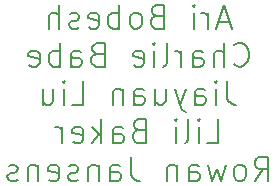
<source format=gbr>
%TF.GenerationSoftware,KiCad,Pcbnew,(6.0.7)*%
%TF.CreationDate,2023-04-01T23:24:39-04:00*%
%TF.ProjectId,board_4,626f6172-645f-4342-9e6b-696361645f70,rev?*%
%TF.SameCoordinates,Original*%
%TF.FileFunction,Legend,Bot*%
%TF.FilePolarity,Positive*%
%FSLAX46Y46*%
G04 Gerber Fmt 4.6, Leading zero omitted, Abs format (unit mm)*
G04 Created by KiCad (PCBNEW (6.0.7)) date 2023-04-01 23:24:39*
%MOMM*%
%LPD*%
G01*
G04 APERTURE LIST*
%ADD10C,0.150000*%
G04 APERTURE END LIST*
D10*
X155593085Y-98388933D02*
X154640704Y-98388933D01*
X155783561Y-98960361D02*
X155116895Y-96960361D01*
X154450228Y-98960361D01*
X153783561Y-98960361D02*
X153783561Y-97627028D01*
X153783561Y-98007980D02*
X153688323Y-97817504D01*
X153593085Y-97722266D01*
X153402609Y-97627028D01*
X153212133Y-97627028D01*
X152545466Y-98960361D02*
X152545466Y-97627028D01*
X152545466Y-96960361D02*
X152640704Y-97055600D01*
X152545466Y-97150838D01*
X152450228Y-97055600D01*
X152545466Y-96960361D01*
X152545466Y-97150838D01*
X149402609Y-97912742D02*
X149116895Y-98007980D01*
X149021657Y-98103219D01*
X148926419Y-98293695D01*
X148926419Y-98579409D01*
X149021657Y-98769885D01*
X149116895Y-98865123D01*
X149307371Y-98960361D01*
X150069276Y-98960361D01*
X150069276Y-96960361D01*
X149402609Y-96960361D01*
X149212133Y-97055600D01*
X149116895Y-97150838D01*
X149021657Y-97341314D01*
X149021657Y-97531790D01*
X149116895Y-97722266D01*
X149212133Y-97817504D01*
X149402609Y-97912742D01*
X150069276Y-97912742D01*
X147783561Y-98960361D02*
X147974038Y-98865123D01*
X148069276Y-98769885D01*
X148164514Y-98579409D01*
X148164514Y-98007980D01*
X148069276Y-97817504D01*
X147974038Y-97722266D01*
X147783561Y-97627028D01*
X147497847Y-97627028D01*
X147307371Y-97722266D01*
X147212133Y-97817504D01*
X147116895Y-98007980D01*
X147116895Y-98579409D01*
X147212133Y-98769885D01*
X147307371Y-98865123D01*
X147497847Y-98960361D01*
X147783561Y-98960361D01*
X146259752Y-98960361D02*
X146259752Y-96960361D01*
X146259752Y-97722266D02*
X146069276Y-97627028D01*
X145688323Y-97627028D01*
X145497847Y-97722266D01*
X145402609Y-97817504D01*
X145307371Y-98007980D01*
X145307371Y-98579409D01*
X145402609Y-98769885D01*
X145497847Y-98865123D01*
X145688323Y-98960361D01*
X146069276Y-98960361D01*
X146259752Y-98865123D01*
X143688323Y-98865123D02*
X143878800Y-98960361D01*
X144259752Y-98960361D01*
X144450228Y-98865123D01*
X144545466Y-98674647D01*
X144545466Y-97912742D01*
X144450228Y-97722266D01*
X144259752Y-97627028D01*
X143878800Y-97627028D01*
X143688323Y-97722266D01*
X143593085Y-97912742D01*
X143593085Y-98103219D01*
X144545466Y-98293695D01*
X142831180Y-98865123D02*
X142640704Y-98960361D01*
X142259752Y-98960361D01*
X142069276Y-98865123D01*
X141974038Y-98674647D01*
X141974038Y-98579409D01*
X142069276Y-98388933D01*
X142259752Y-98293695D01*
X142545466Y-98293695D01*
X142735942Y-98198457D01*
X142831180Y-98007980D01*
X142831180Y-97912742D01*
X142735942Y-97722266D01*
X142545466Y-97627028D01*
X142259752Y-97627028D01*
X142069276Y-97722266D01*
X141116895Y-98960361D02*
X141116895Y-96960361D01*
X140259752Y-98960361D02*
X140259752Y-97912742D01*
X140354990Y-97722266D01*
X140545466Y-97627028D01*
X140831180Y-97627028D01*
X141021657Y-97722266D01*
X141116895Y-97817504D01*
X155974038Y-101989885D02*
X156069276Y-102085123D01*
X156354990Y-102180361D01*
X156545466Y-102180361D01*
X156831180Y-102085123D01*
X157021657Y-101894647D01*
X157116895Y-101704171D01*
X157212133Y-101323219D01*
X157212133Y-101037504D01*
X157116895Y-100656552D01*
X157021657Y-100466076D01*
X156831180Y-100275600D01*
X156545466Y-100180361D01*
X156354990Y-100180361D01*
X156069276Y-100275600D01*
X155974038Y-100370838D01*
X155116895Y-102180361D02*
X155116895Y-100180361D01*
X154259752Y-102180361D02*
X154259752Y-101132742D01*
X154354990Y-100942266D01*
X154545466Y-100847028D01*
X154831180Y-100847028D01*
X155021657Y-100942266D01*
X155116895Y-101037504D01*
X152450228Y-102180361D02*
X152450228Y-101132742D01*
X152545466Y-100942266D01*
X152735942Y-100847028D01*
X153116895Y-100847028D01*
X153307371Y-100942266D01*
X152450228Y-102085123D02*
X152640704Y-102180361D01*
X153116895Y-102180361D01*
X153307371Y-102085123D01*
X153402609Y-101894647D01*
X153402609Y-101704171D01*
X153307371Y-101513695D01*
X153116895Y-101418457D01*
X152640704Y-101418457D01*
X152450228Y-101323219D01*
X151497847Y-102180361D02*
X151497847Y-100847028D01*
X151497847Y-101227980D02*
X151402609Y-101037504D01*
X151307371Y-100942266D01*
X151116895Y-100847028D01*
X150926419Y-100847028D01*
X149974038Y-102180361D02*
X150164514Y-102085123D01*
X150259752Y-101894647D01*
X150259752Y-100180361D01*
X149212133Y-102180361D02*
X149212133Y-100847028D01*
X149212133Y-100180361D02*
X149307371Y-100275600D01*
X149212133Y-100370838D01*
X149116895Y-100275600D01*
X149212133Y-100180361D01*
X149212133Y-100370838D01*
X147497847Y-102085123D02*
X147688323Y-102180361D01*
X148069276Y-102180361D01*
X148259752Y-102085123D01*
X148354990Y-101894647D01*
X148354990Y-101132742D01*
X148259752Y-100942266D01*
X148069276Y-100847028D01*
X147688323Y-100847028D01*
X147497847Y-100942266D01*
X147402609Y-101132742D01*
X147402609Y-101323219D01*
X148354990Y-101513695D01*
X144354990Y-101132742D02*
X144069276Y-101227980D01*
X143974038Y-101323219D01*
X143878800Y-101513695D01*
X143878800Y-101799409D01*
X143974038Y-101989885D01*
X144069276Y-102085123D01*
X144259752Y-102180361D01*
X145021657Y-102180361D01*
X145021657Y-100180361D01*
X144354990Y-100180361D01*
X144164514Y-100275600D01*
X144069276Y-100370838D01*
X143974038Y-100561314D01*
X143974038Y-100751790D01*
X144069276Y-100942266D01*
X144164514Y-101037504D01*
X144354990Y-101132742D01*
X145021657Y-101132742D01*
X142164514Y-102180361D02*
X142164514Y-101132742D01*
X142259752Y-100942266D01*
X142450228Y-100847028D01*
X142831180Y-100847028D01*
X143021657Y-100942266D01*
X142164514Y-102085123D02*
X142354990Y-102180361D01*
X142831180Y-102180361D01*
X143021657Y-102085123D01*
X143116895Y-101894647D01*
X143116895Y-101704171D01*
X143021657Y-101513695D01*
X142831180Y-101418457D01*
X142354990Y-101418457D01*
X142164514Y-101323219D01*
X141212133Y-102180361D02*
X141212133Y-100180361D01*
X141212133Y-100942266D02*
X141021657Y-100847028D01*
X140640704Y-100847028D01*
X140450228Y-100942266D01*
X140354990Y-101037504D01*
X140259752Y-101227980D01*
X140259752Y-101799409D01*
X140354990Y-101989885D01*
X140450228Y-102085123D01*
X140640704Y-102180361D01*
X141021657Y-102180361D01*
X141212133Y-102085123D01*
X138640704Y-102085123D02*
X138831180Y-102180361D01*
X139212133Y-102180361D01*
X139402609Y-102085123D01*
X139497847Y-101894647D01*
X139497847Y-101132742D01*
X139402609Y-100942266D01*
X139212133Y-100847028D01*
X138831180Y-100847028D01*
X138640704Y-100942266D01*
X138545466Y-101132742D01*
X138545466Y-101323219D01*
X139497847Y-101513695D01*
X155402609Y-103400361D02*
X155402609Y-104828933D01*
X155497847Y-105114647D01*
X155688323Y-105305123D01*
X155974038Y-105400361D01*
X156164514Y-105400361D01*
X154450228Y-105400361D02*
X154450228Y-104067028D01*
X154450228Y-103400361D02*
X154545466Y-103495600D01*
X154450228Y-103590838D01*
X154354990Y-103495600D01*
X154450228Y-103400361D01*
X154450228Y-103590838D01*
X152640704Y-105400361D02*
X152640704Y-104352742D01*
X152735942Y-104162266D01*
X152926419Y-104067028D01*
X153307371Y-104067028D01*
X153497847Y-104162266D01*
X152640704Y-105305123D02*
X152831180Y-105400361D01*
X153307371Y-105400361D01*
X153497847Y-105305123D01*
X153593085Y-105114647D01*
X153593085Y-104924171D01*
X153497847Y-104733695D01*
X153307371Y-104638457D01*
X152831180Y-104638457D01*
X152640704Y-104543219D01*
X151878800Y-104067028D02*
X151402609Y-105400361D01*
X150926419Y-104067028D02*
X151402609Y-105400361D01*
X151593085Y-105876552D01*
X151688323Y-105971790D01*
X151878800Y-106067028D01*
X149307371Y-104067028D02*
X149307371Y-105400361D01*
X150164514Y-104067028D02*
X150164514Y-105114647D01*
X150069276Y-105305123D01*
X149878800Y-105400361D01*
X149593085Y-105400361D01*
X149402609Y-105305123D01*
X149307371Y-105209885D01*
X147497847Y-105400361D02*
X147497847Y-104352742D01*
X147593085Y-104162266D01*
X147783561Y-104067028D01*
X148164514Y-104067028D01*
X148354990Y-104162266D01*
X147497847Y-105305123D02*
X147688323Y-105400361D01*
X148164514Y-105400361D01*
X148354990Y-105305123D01*
X148450228Y-105114647D01*
X148450228Y-104924171D01*
X148354990Y-104733695D01*
X148164514Y-104638457D01*
X147688323Y-104638457D01*
X147497847Y-104543219D01*
X146545466Y-104067028D02*
X146545466Y-105400361D01*
X146545466Y-104257504D02*
X146450228Y-104162266D01*
X146259752Y-104067028D01*
X145974038Y-104067028D01*
X145783561Y-104162266D01*
X145688323Y-104352742D01*
X145688323Y-105400361D01*
X142259752Y-105400361D02*
X143212133Y-105400361D01*
X143212133Y-103400361D01*
X141593085Y-105400361D02*
X141593085Y-104067028D01*
X141593085Y-103400361D02*
X141688323Y-103495600D01*
X141593085Y-103590838D01*
X141497847Y-103495600D01*
X141593085Y-103400361D01*
X141593085Y-103590838D01*
X139783561Y-104067028D02*
X139783561Y-105400361D01*
X140640704Y-104067028D02*
X140640704Y-105114647D01*
X140545466Y-105305123D01*
X140354990Y-105400361D01*
X140069276Y-105400361D01*
X139878800Y-105305123D01*
X139783561Y-105209885D01*
X153688323Y-108620361D02*
X154640704Y-108620361D01*
X154640704Y-106620361D01*
X153021657Y-108620361D02*
X153021657Y-107287028D01*
X153021657Y-106620361D02*
X153116895Y-106715600D01*
X153021657Y-106810838D01*
X152926419Y-106715600D01*
X153021657Y-106620361D01*
X153021657Y-106810838D01*
X151783561Y-108620361D02*
X151974038Y-108525123D01*
X152069276Y-108334647D01*
X152069276Y-106620361D01*
X151021657Y-108620361D02*
X151021657Y-107287028D01*
X151021657Y-106620361D02*
X151116895Y-106715600D01*
X151021657Y-106810838D01*
X150926419Y-106715600D01*
X151021657Y-106620361D01*
X151021657Y-106810838D01*
X147878800Y-107572742D02*
X147593085Y-107667980D01*
X147497847Y-107763219D01*
X147402609Y-107953695D01*
X147402609Y-108239409D01*
X147497847Y-108429885D01*
X147593085Y-108525123D01*
X147783561Y-108620361D01*
X148545466Y-108620361D01*
X148545466Y-106620361D01*
X147878800Y-106620361D01*
X147688323Y-106715600D01*
X147593085Y-106810838D01*
X147497847Y-107001314D01*
X147497847Y-107191790D01*
X147593085Y-107382266D01*
X147688323Y-107477504D01*
X147878800Y-107572742D01*
X148545466Y-107572742D01*
X145688323Y-108620361D02*
X145688323Y-107572742D01*
X145783561Y-107382266D01*
X145974038Y-107287028D01*
X146354990Y-107287028D01*
X146545466Y-107382266D01*
X145688323Y-108525123D02*
X145878800Y-108620361D01*
X146354990Y-108620361D01*
X146545466Y-108525123D01*
X146640704Y-108334647D01*
X146640704Y-108144171D01*
X146545466Y-107953695D01*
X146354990Y-107858457D01*
X145878800Y-107858457D01*
X145688323Y-107763219D01*
X144735942Y-108620361D02*
X144735942Y-106620361D01*
X144545466Y-107858457D02*
X143974038Y-108620361D01*
X143974038Y-107287028D02*
X144735942Y-108048933D01*
X142354990Y-108525123D02*
X142545466Y-108620361D01*
X142926419Y-108620361D01*
X143116895Y-108525123D01*
X143212133Y-108334647D01*
X143212133Y-107572742D01*
X143116895Y-107382266D01*
X142926419Y-107287028D01*
X142545466Y-107287028D01*
X142354990Y-107382266D01*
X142259752Y-107572742D01*
X142259752Y-107763219D01*
X143212133Y-107953695D01*
X141402609Y-108620361D02*
X141402609Y-107287028D01*
X141402609Y-107667980D02*
X141307371Y-107477504D01*
X141212133Y-107382266D01*
X141021657Y-107287028D01*
X140831180Y-107287028D01*
X157735942Y-111840361D02*
X158402609Y-110887980D01*
X158878800Y-111840361D02*
X158878800Y-109840361D01*
X158116895Y-109840361D01*
X157926419Y-109935600D01*
X157831180Y-110030838D01*
X157735942Y-110221314D01*
X157735942Y-110507028D01*
X157831180Y-110697504D01*
X157926419Y-110792742D01*
X158116895Y-110887980D01*
X158878800Y-110887980D01*
X156593085Y-111840361D02*
X156783561Y-111745123D01*
X156878800Y-111649885D01*
X156974038Y-111459409D01*
X156974038Y-110887980D01*
X156878800Y-110697504D01*
X156783561Y-110602266D01*
X156593085Y-110507028D01*
X156307371Y-110507028D01*
X156116895Y-110602266D01*
X156021657Y-110697504D01*
X155926419Y-110887980D01*
X155926419Y-111459409D01*
X156021657Y-111649885D01*
X156116895Y-111745123D01*
X156307371Y-111840361D01*
X156593085Y-111840361D01*
X155259752Y-110507028D02*
X154878800Y-111840361D01*
X154497847Y-110887980D01*
X154116895Y-111840361D01*
X153735942Y-110507028D01*
X152116895Y-111840361D02*
X152116895Y-110792742D01*
X152212133Y-110602266D01*
X152402609Y-110507028D01*
X152783561Y-110507028D01*
X152974038Y-110602266D01*
X152116895Y-111745123D02*
X152307371Y-111840361D01*
X152783561Y-111840361D01*
X152974038Y-111745123D01*
X153069276Y-111554647D01*
X153069276Y-111364171D01*
X152974038Y-111173695D01*
X152783561Y-111078457D01*
X152307371Y-111078457D01*
X152116895Y-110983219D01*
X151164514Y-110507028D02*
X151164514Y-111840361D01*
X151164514Y-110697504D02*
X151069276Y-110602266D01*
X150878800Y-110507028D01*
X150593085Y-110507028D01*
X150402609Y-110602266D01*
X150307371Y-110792742D01*
X150307371Y-111840361D01*
X147259752Y-109840361D02*
X147259752Y-111268933D01*
X147354990Y-111554647D01*
X147545466Y-111745123D01*
X147831180Y-111840361D01*
X148021657Y-111840361D01*
X145450228Y-111840361D02*
X145450228Y-110792742D01*
X145545466Y-110602266D01*
X145735942Y-110507028D01*
X146116895Y-110507028D01*
X146307371Y-110602266D01*
X145450228Y-111745123D02*
X145640704Y-111840361D01*
X146116895Y-111840361D01*
X146307371Y-111745123D01*
X146402609Y-111554647D01*
X146402609Y-111364171D01*
X146307371Y-111173695D01*
X146116895Y-111078457D01*
X145640704Y-111078457D01*
X145450228Y-110983219D01*
X144497847Y-110507028D02*
X144497847Y-111840361D01*
X144497847Y-110697504D02*
X144402609Y-110602266D01*
X144212133Y-110507028D01*
X143926419Y-110507028D01*
X143735942Y-110602266D01*
X143640704Y-110792742D01*
X143640704Y-111840361D01*
X142783561Y-111745123D02*
X142593085Y-111840361D01*
X142212133Y-111840361D01*
X142021657Y-111745123D01*
X141926419Y-111554647D01*
X141926419Y-111459409D01*
X142021657Y-111268933D01*
X142212133Y-111173695D01*
X142497847Y-111173695D01*
X142688323Y-111078457D01*
X142783561Y-110887980D01*
X142783561Y-110792742D01*
X142688323Y-110602266D01*
X142497847Y-110507028D01*
X142212133Y-110507028D01*
X142021657Y-110602266D01*
X140307371Y-111745123D02*
X140497847Y-111840361D01*
X140878800Y-111840361D01*
X141069276Y-111745123D01*
X141164514Y-111554647D01*
X141164514Y-110792742D01*
X141069276Y-110602266D01*
X140878800Y-110507028D01*
X140497847Y-110507028D01*
X140307371Y-110602266D01*
X140212133Y-110792742D01*
X140212133Y-110983219D01*
X141164514Y-111173695D01*
X139354990Y-110507028D02*
X139354990Y-111840361D01*
X139354990Y-110697504D02*
X139259752Y-110602266D01*
X139069276Y-110507028D01*
X138783561Y-110507028D01*
X138593085Y-110602266D01*
X138497847Y-110792742D01*
X138497847Y-111840361D01*
X137640704Y-111745123D02*
X137450228Y-111840361D01*
X137069276Y-111840361D01*
X136878800Y-111745123D01*
X136783561Y-111554647D01*
X136783561Y-111459409D01*
X136878800Y-111268933D01*
X137069276Y-111173695D01*
X137354990Y-111173695D01*
X137545466Y-111078457D01*
X137640704Y-110887980D01*
X137640704Y-110792742D01*
X137545466Y-110602266D01*
X137354990Y-110507028D01*
X137069276Y-110507028D01*
X136878800Y-110602266D01*
M02*

</source>
